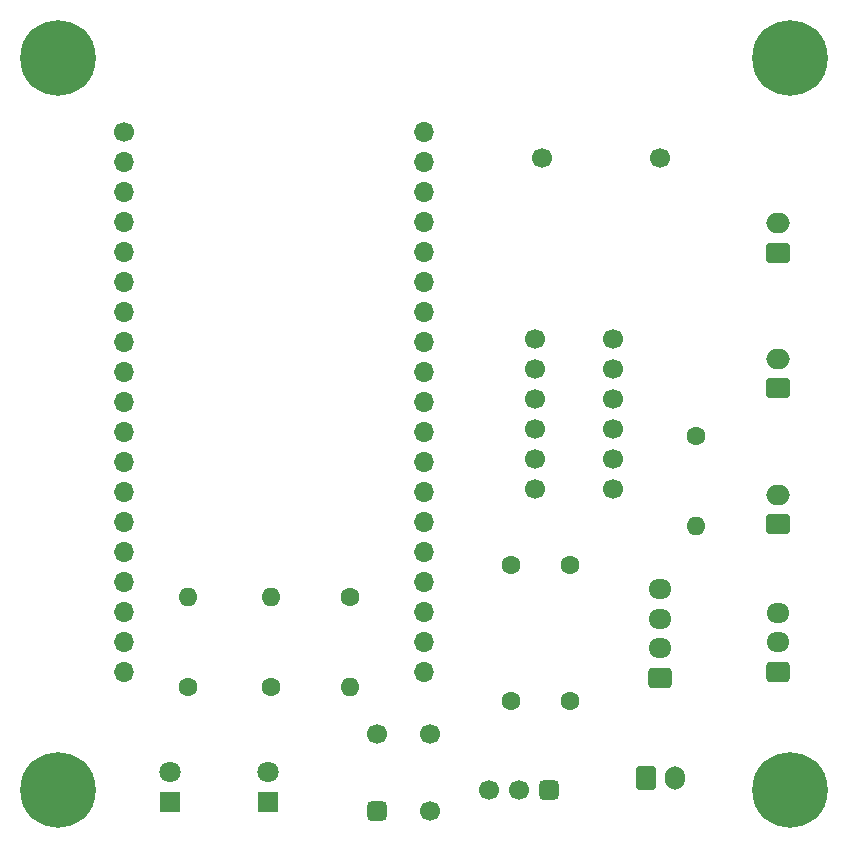
<source format=gbs>
G04 #@! TF.GenerationSoftware,KiCad,Pcbnew,7.0.8*
G04 #@! TF.CreationDate,2023-12-07T12:05:54+09:00*
G04 #@! TF.ProjectId,rat_board,7261745f-626f-4617-9264-2e6b69636164,rev?*
G04 #@! TF.SameCoordinates,Original*
G04 #@! TF.FileFunction,Soldermask,Bot*
G04 #@! TF.FilePolarity,Negative*
%FSLAX46Y46*%
G04 Gerber Fmt 4.6, Leading zero omitted, Abs format (unit mm)*
G04 Created by KiCad (PCBNEW 7.0.8) date 2023-12-07 12:05:54*
%MOMM*%
%LPD*%
G01*
G04 APERTURE LIST*
G04 Aperture macros list*
%AMRoundRect*
0 Rectangle with rounded corners*
0 $1 Rounding radius*
0 $2 $3 $4 $5 $6 $7 $8 $9 X,Y pos of 4 corners*
0 Add a 4 corners polygon primitive as box body*
4,1,4,$2,$3,$4,$5,$6,$7,$8,$9,$2,$3,0*
0 Add four circle primitives for the rounded corners*
1,1,$1+$1,$2,$3*
1,1,$1+$1,$4,$5*
1,1,$1+$1,$6,$7*
1,1,$1+$1,$8,$9*
0 Add four rect primitives between the rounded corners*
20,1,$1+$1,$2,$3,$4,$5,0*
20,1,$1+$1,$4,$5,$6,$7,0*
20,1,$1+$1,$6,$7,$8,$9,0*
20,1,$1+$1,$8,$9,$2,$3,0*%
G04 Aperture macros list end*
%ADD10C,1.700000*%
%ADD11C,1.600000*%
%ADD12O,1.600000X1.600000*%
%ADD13O,1.700000X1.700000*%
%ADD14RoundRect,0.250000X0.725000X-0.600000X0.725000X0.600000X-0.725000X0.600000X-0.725000X-0.600000X0*%
%ADD15O,1.950000X1.700000*%
%ADD16C,6.400000*%
%ADD17RoundRect,0.250000X0.750000X-0.600000X0.750000X0.600000X-0.750000X0.600000X-0.750000X-0.600000X0*%
%ADD18O,2.000000X1.700000*%
%ADD19RoundRect,0.425000X0.425000X-0.425000X0.425000X0.425000X-0.425000X0.425000X-0.425000X-0.425000X0*%
%ADD20RoundRect,0.425000X0.425000X0.425000X-0.425000X0.425000X-0.425000X-0.425000X0.425000X-0.425000X0*%
%ADD21R,1.800000X1.800000*%
%ADD22C,1.800000*%
%ADD23RoundRect,0.250000X-0.600000X-0.750000X0.600000X-0.750000X0.600000X0.750000X-0.600000X0.750000X0*%
%ADD24O,1.700000X2.000000*%
G04 APERTURE END LIST*
D10*
X149000000Y-87500000D03*
X159000000Y-87500000D03*
D11*
X162000000Y-111000000D03*
D12*
X162000000Y-118620000D03*
D13*
X139000000Y-85300000D03*
X139000000Y-87840000D03*
X139000000Y-90380000D03*
X139000000Y-92920000D03*
X139000000Y-95460000D03*
X139000000Y-98000000D03*
X139000000Y-100540000D03*
X139000000Y-103080000D03*
X139000000Y-105620000D03*
X139000000Y-108160000D03*
X139000000Y-110700000D03*
X139000000Y-113240000D03*
X139000000Y-115780000D03*
X139000000Y-118320000D03*
X139000000Y-120860000D03*
X139000000Y-123400000D03*
X139000000Y-125940000D03*
X139000000Y-128480000D03*
X139000000Y-131020000D03*
X113600000Y-131020000D03*
X113600000Y-128480000D03*
X113600000Y-125940000D03*
X113600000Y-123400000D03*
X113600000Y-120860000D03*
X113600000Y-118320000D03*
X113600000Y-115780000D03*
X113600000Y-113240000D03*
X113600000Y-110700000D03*
X113600000Y-108160000D03*
X113600000Y-105620000D03*
X113600000Y-103080000D03*
X113600000Y-100540000D03*
X113600000Y-98000000D03*
X113600000Y-95460000D03*
X113600000Y-92920000D03*
X113600000Y-90380000D03*
X113600000Y-87840000D03*
D10*
X113600000Y-85300000D03*
D14*
X159000000Y-131500000D03*
D15*
X159000000Y-129000000D03*
X159000000Y-126500000D03*
X159000000Y-124000000D03*
D16*
X108000000Y-79000000D03*
D11*
X151375000Y-121950000D03*
X146375000Y-121950000D03*
D16*
X108000000Y-141000000D03*
D17*
X169000000Y-118500000D03*
D18*
X169000000Y-116000000D03*
D11*
X119000000Y-132310000D03*
D12*
X119000000Y-124690000D03*
D17*
X169000000Y-95500000D03*
D18*
X169000000Y-93000000D03*
D19*
X135000000Y-142750000D03*
D10*
X135000000Y-136250000D03*
X139500000Y-142750000D03*
X139500000Y-136250000D03*
X155000000Y-115540000D03*
X155000000Y-113000000D03*
X155000000Y-110460000D03*
X155000000Y-107920000D03*
X155000000Y-105380000D03*
X155000000Y-102840000D03*
X148380000Y-102840000D03*
X148380000Y-105380000D03*
X148380000Y-107920000D03*
X148380000Y-110460000D03*
X148380000Y-113000000D03*
X148380000Y-115540000D03*
D20*
X149580000Y-141000000D03*
D10*
X147040000Y-141000000D03*
X144500000Y-141000000D03*
D14*
X169000000Y-131000000D03*
D15*
X169000000Y-128500000D03*
X169000000Y-126000000D03*
D11*
X126000000Y-132310000D03*
D12*
X126000000Y-124690000D03*
D21*
X125750000Y-142040000D03*
D22*
X125750000Y-139500000D03*
D11*
X132750000Y-124690000D03*
D12*
X132750000Y-132310000D03*
D16*
X170000000Y-79000000D03*
X170000000Y-141000000D03*
D17*
X169000000Y-107000000D03*
D18*
X169000000Y-104500000D03*
D23*
X157750000Y-140000000D03*
D24*
X160250000Y-140000000D03*
D21*
X117500000Y-142000000D03*
D22*
X117500000Y-139460000D03*
D11*
X146375000Y-133450000D03*
X151375000Y-133450000D03*
M02*

</source>
